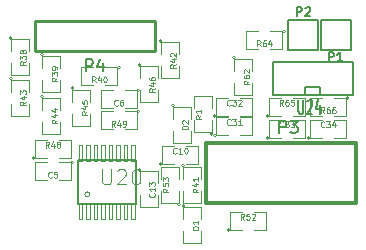
<source format=gto>
G04 (created by PCBNEW (2013-07-07 BZR 4022)-stable) date 03/12/2013 12:33:29*
%MOIN*%
G04 Gerber Fmt 3.4, Leading zero omitted, Abs format*
%FSLAX34Y34*%
G01*
G70*
G90*
G04 APERTURE LIST*
%ADD10C,0.00590551*%
%ADD11C,0.0039*%
%ADD12C,0.012*%
%ADD13C,0.0026*%
%ADD14C,0.008*%
%ADD15C,0.0001*%
%ADD16C,0.005*%
%ADD17C,0.01*%
%ADD18C,0.006*%
%ADD19C,0.0043*%
%ADD20C,0.0035*%
G04 APERTURE END LIST*
G54D10*
G54D11*
X85550Y-25450D02*
G75*
G03X85550Y-25450I-50J0D01*
G74*
G01*
X85050Y-25450D02*
X85450Y-25450D01*
X85450Y-25450D02*
X85450Y-26050D01*
X85450Y-26050D02*
X85050Y-26050D01*
X84650Y-26050D02*
X84250Y-26050D01*
X84250Y-26050D02*
X84250Y-25450D01*
X84250Y-25450D02*
X84650Y-25450D01*
X87750Y-23050D02*
G75*
G03X87750Y-23050I-50J0D01*
G74*
G01*
X87250Y-23050D02*
X87650Y-23050D01*
X87650Y-23050D02*
X87650Y-23650D01*
X87650Y-23650D02*
X87250Y-23650D01*
X86850Y-23650D02*
X86450Y-23650D01*
X86450Y-23650D02*
X86450Y-23050D01*
X86450Y-23050D02*
X86850Y-23050D01*
X87800Y-25700D02*
G75*
G03X87800Y-25700I-50J0D01*
G74*
G01*
X87750Y-26150D02*
X87750Y-25750D01*
X87750Y-25750D02*
X88350Y-25750D01*
X88350Y-25750D02*
X88350Y-26150D01*
X88350Y-26550D02*
X88350Y-26950D01*
X88350Y-26950D02*
X87750Y-26950D01*
X87750Y-26950D02*
X87750Y-26550D01*
X90300Y-24550D02*
G75*
G03X90300Y-24550I-50J0D01*
G74*
G01*
X90700Y-24550D02*
X90300Y-24550D01*
X90300Y-24550D02*
X90300Y-23950D01*
X90300Y-23950D02*
X90700Y-23950D01*
X91100Y-23950D02*
X91500Y-23950D01*
X91500Y-23950D02*
X91500Y-24550D01*
X91500Y-24550D02*
X91100Y-24550D01*
X90300Y-23900D02*
G75*
G03X90300Y-23900I-50J0D01*
G74*
G01*
X90700Y-23900D02*
X90300Y-23900D01*
X90300Y-23900D02*
X90300Y-23300D01*
X90300Y-23300D02*
X90700Y-23300D01*
X91100Y-23300D02*
X91500Y-23300D01*
X91500Y-23300D02*
X91500Y-23900D01*
X91500Y-23900D02*
X91100Y-23900D01*
X92050Y-24625D02*
G75*
G03X92050Y-24625I-50J0D01*
G74*
G01*
X92450Y-24625D02*
X92050Y-24625D01*
X92050Y-24625D02*
X92050Y-24025D01*
X92050Y-24025D02*
X92450Y-24025D01*
X92850Y-24025D02*
X93250Y-24025D01*
X93250Y-24025D02*
X93250Y-24625D01*
X93250Y-24625D02*
X92850Y-24625D01*
X93425Y-24625D02*
G75*
G03X93425Y-24625I-50J0D01*
G74*
G01*
X93825Y-24625D02*
X93425Y-24625D01*
X93425Y-24625D02*
X93425Y-24025D01*
X93425Y-24025D02*
X93825Y-24025D01*
X94225Y-24025D02*
X94625Y-24025D01*
X94625Y-24025D02*
X94625Y-24625D01*
X94625Y-24625D02*
X94225Y-24625D01*
G54D12*
X89950Y-24800D02*
X94950Y-24800D01*
X94950Y-24800D02*
X94950Y-26800D01*
X94950Y-26800D02*
X89950Y-26800D01*
X89950Y-26800D02*
X89950Y-24800D01*
G54D11*
X83500Y-21300D02*
G75*
G03X83500Y-21300I-50J0D01*
G74*
G01*
X83450Y-21750D02*
X83450Y-21350D01*
X83450Y-21350D02*
X84050Y-21350D01*
X84050Y-21350D02*
X84050Y-21750D01*
X84050Y-22150D02*
X84050Y-22550D01*
X84050Y-22550D02*
X83450Y-22550D01*
X83450Y-22550D02*
X83450Y-22150D01*
X84550Y-21850D02*
G75*
G03X84550Y-21850I-50J0D01*
G74*
G01*
X84500Y-22300D02*
X84500Y-21900D01*
X84500Y-21900D02*
X85100Y-21900D01*
X85100Y-21900D02*
X85100Y-22300D01*
X85100Y-22700D02*
X85100Y-23100D01*
X85100Y-23100D02*
X84500Y-23100D01*
X84500Y-23100D02*
X84500Y-22700D01*
X87100Y-22275D02*
G75*
G03X87100Y-22275I-50J0D01*
G74*
G01*
X86600Y-22275D02*
X87000Y-22275D01*
X87000Y-22275D02*
X87000Y-22875D01*
X87000Y-22875D02*
X86600Y-22875D01*
X86200Y-22875D02*
X85800Y-22875D01*
X85800Y-22875D02*
X85800Y-22275D01*
X85800Y-22275D02*
X86200Y-22275D01*
X89250Y-25550D02*
G75*
G03X89250Y-25550I-50J0D01*
G74*
G01*
X89200Y-26000D02*
X89200Y-25600D01*
X89200Y-25600D02*
X89800Y-25600D01*
X89800Y-25600D02*
X89800Y-26000D01*
X89800Y-26400D02*
X89800Y-26800D01*
X89800Y-26800D02*
X89200Y-26800D01*
X89200Y-26800D02*
X89200Y-26400D01*
X88500Y-21400D02*
G75*
G03X88500Y-21400I-50J0D01*
G74*
G01*
X88450Y-21850D02*
X88450Y-21450D01*
X88450Y-21450D02*
X89050Y-21450D01*
X89050Y-21450D02*
X89050Y-21850D01*
X89050Y-22250D02*
X89050Y-22650D01*
X89050Y-22650D02*
X88450Y-22650D01*
X88450Y-22650D02*
X88450Y-22250D01*
X83500Y-22650D02*
G75*
G03X83500Y-22650I-50J0D01*
G74*
G01*
X83450Y-23100D02*
X83450Y-22700D01*
X83450Y-22700D02*
X84050Y-22700D01*
X84050Y-22700D02*
X84050Y-23100D01*
X84050Y-23500D02*
X84050Y-23900D01*
X84050Y-23900D02*
X83450Y-23900D01*
X83450Y-23900D02*
X83450Y-23500D01*
X84550Y-23250D02*
G75*
G03X84550Y-23250I-50J0D01*
G74*
G01*
X84500Y-23700D02*
X84500Y-23300D01*
X84500Y-23300D02*
X85100Y-23300D01*
X85100Y-23300D02*
X85100Y-23700D01*
X85100Y-24100D02*
X85100Y-24500D01*
X85100Y-24500D02*
X84500Y-24500D01*
X84500Y-24500D02*
X84500Y-24100D01*
X85550Y-22975D02*
G75*
G03X85550Y-22975I-50J0D01*
G74*
G01*
X85500Y-23425D02*
X85500Y-23025D01*
X85500Y-23025D02*
X86100Y-23025D01*
X86100Y-23025D02*
X86100Y-23425D01*
X86100Y-23825D02*
X86100Y-24225D01*
X86100Y-24225D02*
X85500Y-24225D01*
X85500Y-24225D02*
X85500Y-23825D01*
X87800Y-22200D02*
G75*
G03X87800Y-22200I-50J0D01*
G74*
G01*
X87750Y-22650D02*
X87750Y-22250D01*
X87750Y-22250D02*
X88350Y-22250D01*
X88350Y-22250D02*
X88350Y-22650D01*
X88350Y-23050D02*
X88350Y-23450D01*
X88350Y-23450D02*
X87750Y-23450D01*
X87750Y-23450D02*
X87750Y-23050D01*
X84250Y-25300D02*
G75*
G03X84250Y-25300I-50J0D01*
G74*
G01*
X84650Y-25300D02*
X84250Y-25300D01*
X84250Y-25300D02*
X84250Y-24700D01*
X84250Y-24700D02*
X84650Y-24700D01*
X85050Y-24700D02*
X85450Y-24700D01*
X85450Y-24700D02*
X85450Y-25300D01*
X85450Y-25300D02*
X85050Y-25300D01*
X87750Y-23750D02*
G75*
G03X87750Y-23750I-50J0D01*
G74*
G01*
X87250Y-23750D02*
X87650Y-23750D01*
X87650Y-23750D02*
X87650Y-24350D01*
X87650Y-24350D02*
X87250Y-24350D01*
X86850Y-24350D02*
X86450Y-24350D01*
X86450Y-24350D02*
X86450Y-23750D01*
X86450Y-23750D02*
X86850Y-23750D01*
X90750Y-27700D02*
G75*
G03X90750Y-27700I-50J0D01*
G74*
G01*
X91150Y-27700D02*
X90750Y-27700D01*
X90750Y-27700D02*
X90750Y-27100D01*
X90750Y-27100D02*
X91150Y-27100D01*
X91550Y-27100D02*
X91950Y-27100D01*
X91950Y-27100D02*
X91950Y-27700D01*
X91950Y-27700D02*
X91550Y-27700D01*
X89100Y-26850D02*
G75*
G03X89100Y-26850I-50J0D01*
G74*
G01*
X89050Y-26400D02*
X89050Y-26800D01*
X89050Y-26800D02*
X88450Y-26800D01*
X88450Y-26800D02*
X88450Y-26400D01*
X88450Y-26000D02*
X88450Y-25600D01*
X88450Y-25600D02*
X89050Y-25600D01*
X89050Y-25600D02*
X89050Y-26000D01*
X90950Y-21950D02*
G75*
G03X90950Y-21950I-50J0D01*
G74*
G01*
X90900Y-22400D02*
X90900Y-22000D01*
X90900Y-22000D02*
X91500Y-22000D01*
X91500Y-22000D02*
X91500Y-22400D01*
X91500Y-22800D02*
X91500Y-23200D01*
X91500Y-23200D02*
X90900Y-23200D01*
X90900Y-23200D02*
X90900Y-22800D01*
X92600Y-21075D02*
G75*
G03X92600Y-21075I-50J0D01*
G74*
G01*
X92100Y-21075D02*
X92500Y-21075D01*
X92500Y-21075D02*
X92500Y-21675D01*
X92500Y-21675D02*
X92100Y-21675D01*
X91700Y-21675D02*
X91300Y-21675D01*
X91300Y-21675D02*
X91300Y-21075D01*
X91300Y-21075D02*
X91700Y-21075D01*
X92050Y-23900D02*
G75*
G03X92050Y-23900I-50J0D01*
G74*
G01*
X92450Y-23900D02*
X92050Y-23900D01*
X92050Y-23900D02*
X92050Y-23300D01*
X92050Y-23300D02*
X92450Y-23300D01*
X92850Y-23300D02*
X93250Y-23300D01*
X93250Y-23300D02*
X93250Y-23900D01*
X93250Y-23900D02*
X92850Y-23900D01*
X94725Y-23300D02*
G75*
G03X94725Y-23300I-50J0D01*
G74*
G01*
X94225Y-23300D02*
X94625Y-23300D01*
X94625Y-23300D02*
X94625Y-23900D01*
X94625Y-23900D02*
X94225Y-23900D01*
X93825Y-23900D02*
X93425Y-23900D01*
X93425Y-23900D02*
X93425Y-23300D01*
X93425Y-23300D02*
X93825Y-23300D01*
G54D13*
X85716Y-27320D02*
X85835Y-27320D01*
X85835Y-27320D02*
X85835Y-26808D01*
X85716Y-26808D02*
X85835Y-26808D01*
X85716Y-27320D02*
X85716Y-26808D01*
X85966Y-27320D02*
X86085Y-27320D01*
X86085Y-27320D02*
X86085Y-26808D01*
X85966Y-26808D02*
X86085Y-26808D01*
X85966Y-27320D02*
X85966Y-26808D01*
X86216Y-27320D02*
X86335Y-27320D01*
X86335Y-27320D02*
X86335Y-26808D01*
X86216Y-26808D02*
X86335Y-26808D01*
X86216Y-27320D02*
X86216Y-26808D01*
X86466Y-27320D02*
X86585Y-27320D01*
X86585Y-27320D02*
X86585Y-26808D01*
X86466Y-26808D02*
X86585Y-26808D01*
X86466Y-27320D02*
X86466Y-26808D01*
X86715Y-27320D02*
X86834Y-27320D01*
X86834Y-27320D02*
X86834Y-26808D01*
X86715Y-26808D02*
X86834Y-26808D01*
X86715Y-27320D02*
X86715Y-26808D01*
X86965Y-27320D02*
X87084Y-27320D01*
X87084Y-27320D02*
X87084Y-26808D01*
X86965Y-26808D02*
X87084Y-26808D01*
X86965Y-27320D02*
X86965Y-26808D01*
X87215Y-27320D02*
X87334Y-27320D01*
X87334Y-27320D02*
X87334Y-26808D01*
X87215Y-26808D02*
X87334Y-26808D01*
X87215Y-27320D02*
X87215Y-26808D01*
X87465Y-27320D02*
X87584Y-27320D01*
X87584Y-27320D02*
X87584Y-26808D01*
X87465Y-26808D02*
X87584Y-26808D01*
X87465Y-27320D02*
X87465Y-26808D01*
X87465Y-25392D02*
X87584Y-25392D01*
X87584Y-25392D02*
X87584Y-24880D01*
X87465Y-24880D02*
X87584Y-24880D01*
X87465Y-25392D02*
X87465Y-24880D01*
X87215Y-25392D02*
X87334Y-25392D01*
X87334Y-25392D02*
X87334Y-24880D01*
X87215Y-24880D02*
X87334Y-24880D01*
X87215Y-25392D02*
X87215Y-24880D01*
X86965Y-25392D02*
X87084Y-25392D01*
X87084Y-25392D02*
X87084Y-24880D01*
X86965Y-24880D02*
X87084Y-24880D01*
X86965Y-25392D02*
X86965Y-24880D01*
X86715Y-25392D02*
X86834Y-25392D01*
X86834Y-25392D02*
X86834Y-24880D01*
X86715Y-24880D02*
X86834Y-24880D01*
X86715Y-25392D02*
X86715Y-24880D01*
X86466Y-25392D02*
X86585Y-25392D01*
X86585Y-25392D02*
X86585Y-24880D01*
X86466Y-24880D02*
X86585Y-24880D01*
X86466Y-25392D02*
X86466Y-24880D01*
X86216Y-25392D02*
X86335Y-25392D01*
X86335Y-25392D02*
X86335Y-24880D01*
X86216Y-24880D02*
X86335Y-24880D01*
X86216Y-25392D02*
X86216Y-24880D01*
X85966Y-25392D02*
X86085Y-25392D01*
X86085Y-25392D02*
X86085Y-24880D01*
X85966Y-24880D02*
X86085Y-24880D01*
X85966Y-25392D02*
X85966Y-24880D01*
X85716Y-25392D02*
X85835Y-25392D01*
X85835Y-25392D02*
X85835Y-24880D01*
X85716Y-24880D02*
X85835Y-24880D01*
X85716Y-25392D02*
X85716Y-24880D01*
G54D14*
X85678Y-26828D02*
X85678Y-25372D01*
X87622Y-25372D02*
X87622Y-26828D01*
X85678Y-26828D02*
X87622Y-26828D01*
X87622Y-25372D02*
X85678Y-25372D01*
G54D15*
X86084Y-26513D02*
G75*
G03X86084Y-26513I-83J0D01*
G74*
G01*
G54D16*
X93253Y-23187D02*
X93253Y-22937D01*
X93253Y-22937D02*
X93753Y-22937D01*
X93753Y-22937D02*
X93753Y-23187D01*
X92203Y-23187D02*
X92203Y-22087D01*
X92203Y-22087D02*
X94853Y-22087D01*
X94853Y-22087D02*
X94853Y-23187D01*
X94853Y-23187D02*
X92203Y-23187D01*
G54D11*
X89250Y-26900D02*
G75*
G03X89250Y-26900I-50J0D01*
G74*
G01*
X89200Y-27350D02*
X89200Y-26950D01*
X89200Y-26950D02*
X89800Y-26950D01*
X89800Y-26950D02*
X89800Y-27350D01*
X89800Y-27750D02*
X89800Y-28150D01*
X89800Y-28150D02*
X89200Y-28150D01*
X89200Y-28150D02*
X89200Y-27750D01*
G54D17*
X84250Y-20750D02*
X88250Y-20750D01*
X84250Y-21750D02*
X88250Y-21750D01*
X88250Y-21750D02*
X88250Y-20750D01*
X84250Y-20750D02*
X84250Y-21750D01*
G54D11*
X88900Y-23550D02*
G75*
G03X88900Y-23550I-50J0D01*
G74*
G01*
X88850Y-24000D02*
X88850Y-23600D01*
X88850Y-23600D02*
X89450Y-23600D01*
X89450Y-23600D02*
X89450Y-24000D01*
X89450Y-24400D02*
X89450Y-24800D01*
X89450Y-24800D02*
X88850Y-24800D01*
X88850Y-24800D02*
X88850Y-24400D01*
X90200Y-24500D02*
G75*
G03X90200Y-24500I-50J0D01*
G74*
G01*
X90150Y-24050D02*
X90150Y-24450D01*
X90150Y-24450D02*
X89550Y-24450D01*
X89550Y-24450D02*
X89550Y-24050D01*
X89550Y-23650D02*
X89550Y-23250D01*
X89550Y-23250D02*
X90150Y-23250D01*
X90150Y-23250D02*
X90150Y-23650D01*
G54D18*
X93775Y-20700D02*
X94775Y-20700D01*
X94775Y-21700D02*
X93775Y-21700D01*
X94775Y-20700D02*
X94775Y-21700D01*
X93775Y-21700D02*
X93775Y-20700D01*
X93700Y-21700D02*
X92700Y-21700D01*
X92700Y-20700D02*
X93700Y-20700D01*
X92700Y-21700D02*
X92700Y-20700D01*
X93700Y-20700D02*
X93700Y-21700D01*
G54D11*
X88500Y-25500D02*
G75*
G03X88500Y-25500I-50J0D01*
G74*
G01*
X88900Y-25500D02*
X88500Y-25500D01*
X88500Y-25500D02*
X88500Y-24900D01*
X88500Y-24900D02*
X88900Y-24900D01*
X89300Y-24900D02*
X89700Y-24900D01*
X89700Y-24900D02*
X89700Y-25500D01*
X89700Y-25500D02*
X89300Y-25500D01*
G54D19*
X84817Y-25935D02*
X84807Y-25945D01*
X84779Y-25954D01*
X84760Y-25954D01*
X84732Y-25945D01*
X84713Y-25926D01*
X84704Y-25907D01*
X84695Y-25870D01*
X84695Y-25842D01*
X84704Y-25804D01*
X84713Y-25785D01*
X84732Y-25767D01*
X84760Y-25757D01*
X84779Y-25757D01*
X84807Y-25767D01*
X84817Y-25776D01*
X84995Y-25757D02*
X84901Y-25757D01*
X84892Y-25851D01*
X84901Y-25842D01*
X84920Y-25832D01*
X84967Y-25832D01*
X84986Y-25842D01*
X84995Y-25851D01*
X85004Y-25870D01*
X85004Y-25917D01*
X84995Y-25935D01*
X84986Y-25945D01*
X84967Y-25954D01*
X84920Y-25954D01*
X84901Y-25945D01*
X84892Y-25935D01*
X87017Y-23535D02*
X87007Y-23545D01*
X86979Y-23554D01*
X86960Y-23554D01*
X86932Y-23545D01*
X86913Y-23526D01*
X86904Y-23507D01*
X86895Y-23470D01*
X86895Y-23442D01*
X86904Y-23404D01*
X86913Y-23385D01*
X86932Y-23367D01*
X86960Y-23357D01*
X86979Y-23357D01*
X87007Y-23367D01*
X87017Y-23376D01*
X87186Y-23357D02*
X87148Y-23357D01*
X87129Y-23367D01*
X87120Y-23376D01*
X87101Y-23404D01*
X87092Y-23442D01*
X87092Y-23517D01*
X87101Y-23535D01*
X87110Y-23545D01*
X87129Y-23554D01*
X87167Y-23554D01*
X87186Y-23545D01*
X87195Y-23535D01*
X87204Y-23517D01*
X87204Y-23470D01*
X87195Y-23451D01*
X87186Y-23442D01*
X87167Y-23432D01*
X87129Y-23432D01*
X87110Y-23442D01*
X87101Y-23451D01*
X87092Y-23470D01*
X88235Y-26476D02*
X88245Y-26486D01*
X88254Y-26514D01*
X88254Y-26532D01*
X88245Y-26561D01*
X88226Y-26579D01*
X88207Y-26589D01*
X88170Y-26598D01*
X88142Y-26598D01*
X88104Y-26589D01*
X88085Y-26579D01*
X88067Y-26561D01*
X88057Y-26532D01*
X88057Y-26514D01*
X88067Y-26486D01*
X88076Y-26476D01*
X88254Y-26289D02*
X88254Y-26401D01*
X88254Y-26345D02*
X88057Y-26345D01*
X88085Y-26364D01*
X88104Y-26382D01*
X88114Y-26401D01*
X88057Y-26223D02*
X88057Y-26101D01*
X88132Y-26167D01*
X88132Y-26138D01*
X88142Y-26120D01*
X88151Y-26110D01*
X88170Y-26101D01*
X88217Y-26101D01*
X88235Y-26110D01*
X88245Y-26120D01*
X88254Y-26138D01*
X88254Y-26195D01*
X88245Y-26213D01*
X88235Y-26223D01*
X90773Y-24185D02*
X90763Y-24195D01*
X90735Y-24204D01*
X90717Y-24204D01*
X90688Y-24195D01*
X90670Y-24176D01*
X90660Y-24157D01*
X90651Y-24120D01*
X90651Y-24092D01*
X90660Y-24054D01*
X90670Y-24035D01*
X90688Y-24017D01*
X90717Y-24007D01*
X90735Y-24007D01*
X90763Y-24017D01*
X90773Y-24026D01*
X90839Y-24007D02*
X90960Y-24007D01*
X90895Y-24082D01*
X90923Y-24082D01*
X90942Y-24092D01*
X90951Y-24101D01*
X90960Y-24120D01*
X90960Y-24167D01*
X90951Y-24185D01*
X90942Y-24195D01*
X90923Y-24204D01*
X90867Y-24204D01*
X90848Y-24195D01*
X90839Y-24185D01*
X91148Y-24204D02*
X91036Y-24204D01*
X91092Y-24204D02*
X91092Y-24007D01*
X91073Y-24035D01*
X91054Y-24054D01*
X91036Y-24064D01*
X90773Y-23535D02*
X90763Y-23545D01*
X90735Y-23554D01*
X90717Y-23554D01*
X90688Y-23545D01*
X90670Y-23526D01*
X90660Y-23507D01*
X90651Y-23470D01*
X90651Y-23442D01*
X90660Y-23404D01*
X90670Y-23385D01*
X90688Y-23367D01*
X90717Y-23357D01*
X90735Y-23357D01*
X90763Y-23367D01*
X90773Y-23376D01*
X90839Y-23357D02*
X90960Y-23357D01*
X90895Y-23432D01*
X90923Y-23432D01*
X90942Y-23442D01*
X90951Y-23451D01*
X90960Y-23470D01*
X90960Y-23517D01*
X90951Y-23535D01*
X90942Y-23545D01*
X90923Y-23554D01*
X90867Y-23554D01*
X90848Y-23545D01*
X90839Y-23535D01*
X91036Y-23376D02*
X91045Y-23367D01*
X91064Y-23357D01*
X91111Y-23357D01*
X91129Y-23367D01*
X91139Y-23376D01*
X91148Y-23395D01*
X91148Y-23414D01*
X91139Y-23442D01*
X91026Y-23554D01*
X91148Y-23554D01*
X92523Y-24260D02*
X92513Y-24270D01*
X92485Y-24279D01*
X92467Y-24279D01*
X92438Y-24270D01*
X92420Y-24251D01*
X92410Y-24232D01*
X92401Y-24195D01*
X92401Y-24167D01*
X92410Y-24129D01*
X92420Y-24110D01*
X92438Y-24092D01*
X92467Y-24082D01*
X92485Y-24082D01*
X92513Y-24092D01*
X92523Y-24101D01*
X92589Y-24082D02*
X92710Y-24082D01*
X92645Y-24157D01*
X92673Y-24157D01*
X92692Y-24167D01*
X92701Y-24176D01*
X92710Y-24195D01*
X92710Y-24242D01*
X92701Y-24260D01*
X92692Y-24270D01*
X92673Y-24279D01*
X92617Y-24279D01*
X92598Y-24270D01*
X92589Y-24260D01*
X92776Y-24082D02*
X92898Y-24082D01*
X92832Y-24157D01*
X92861Y-24157D01*
X92879Y-24167D01*
X92889Y-24176D01*
X92898Y-24195D01*
X92898Y-24242D01*
X92889Y-24260D01*
X92879Y-24270D01*
X92861Y-24279D01*
X92804Y-24279D01*
X92786Y-24270D01*
X92776Y-24260D01*
X93898Y-24260D02*
X93888Y-24270D01*
X93860Y-24279D01*
X93842Y-24279D01*
X93813Y-24270D01*
X93795Y-24251D01*
X93785Y-24232D01*
X93776Y-24195D01*
X93776Y-24167D01*
X93785Y-24129D01*
X93795Y-24110D01*
X93813Y-24092D01*
X93842Y-24082D01*
X93860Y-24082D01*
X93888Y-24092D01*
X93898Y-24101D01*
X93964Y-24082D02*
X94085Y-24082D01*
X94020Y-24157D01*
X94048Y-24157D01*
X94067Y-24167D01*
X94076Y-24176D01*
X94085Y-24195D01*
X94085Y-24242D01*
X94076Y-24260D01*
X94067Y-24270D01*
X94048Y-24279D01*
X93992Y-24279D01*
X93973Y-24270D01*
X93964Y-24260D01*
X94254Y-24148D02*
X94254Y-24279D01*
X94207Y-24073D02*
X94161Y-24214D01*
X94282Y-24214D01*
G54D14*
X92404Y-24461D02*
X92404Y-24061D01*
X92557Y-24061D01*
X92595Y-24080D01*
X92614Y-24100D01*
X92633Y-24138D01*
X92633Y-24195D01*
X92614Y-24233D01*
X92595Y-24252D01*
X92557Y-24271D01*
X92404Y-24271D01*
X92766Y-24061D02*
X93014Y-24061D01*
X92880Y-24214D01*
X92938Y-24214D01*
X92976Y-24233D01*
X92995Y-24252D01*
X93014Y-24290D01*
X93014Y-24385D01*
X92995Y-24423D01*
X92976Y-24442D01*
X92938Y-24461D01*
X92823Y-24461D01*
X92785Y-24442D01*
X92766Y-24423D01*
G54D19*
X83954Y-22076D02*
X83860Y-22142D01*
X83954Y-22189D02*
X83757Y-22189D01*
X83757Y-22114D01*
X83767Y-22095D01*
X83776Y-22086D01*
X83795Y-22076D01*
X83823Y-22076D01*
X83842Y-22086D01*
X83851Y-22095D01*
X83860Y-22114D01*
X83860Y-22189D01*
X83757Y-22010D02*
X83757Y-21889D01*
X83832Y-21954D01*
X83832Y-21926D01*
X83842Y-21907D01*
X83851Y-21898D01*
X83870Y-21889D01*
X83917Y-21889D01*
X83935Y-21898D01*
X83945Y-21907D01*
X83954Y-21926D01*
X83954Y-21982D01*
X83945Y-22001D01*
X83935Y-22010D01*
X83842Y-21776D02*
X83832Y-21795D01*
X83823Y-21804D01*
X83804Y-21813D01*
X83795Y-21813D01*
X83776Y-21804D01*
X83767Y-21795D01*
X83757Y-21776D01*
X83757Y-21738D01*
X83767Y-21720D01*
X83776Y-21710D01*
X83795Y-21701D01*
X83804Y-21701D01*
X83823Y-21710D01*
X83832Y-21720D01*
X83842Y-21738D01*
X83842Y-21776D01*
X83851Y-21795D01*
X83860Y-21804D01*
X83879Y-21813D01*
X83917Y-21813D01*
X83935Y-21804D01*
X83945Y-21795D01*
X83954Y-21776D01*
X83954Y-21738D01*
X83945Y-21720D01*
X83935Y-21710D01*
X83917Y-21701D01*
X83879Y-21701D01*
X83860Y-21710D01*
X83851Y-21720D01*
X83842Y-21738D01*
X85004Y-22626D02*
X84910Y-22692D01*
X85004Y-22739D02*
X84807Y-22739D01*
X84807Y-22664D01*
X84817Y-22645D01*
X84826Y-22636D01*
X84845Y-22626D01*
X84873Y-22626D01*
X84892Y-22636D01*
X84901Y-22645D01*
X84910Y-22664D01*
X84910Y-22739D01*
X84807Y-22560D02*
X84807Y-22439D01*
X84882Y-22504D01*
X84882Y-22476D01*
X84892Y-22457D01*
X84901Y-22448D01*
X84920Y-22439D01*
X84967Y-22439D01*
X84985Y-22448D01*
X84995Y-22457D01*
X85004Y-22476D01*
X85004Y-22532D01*
X84995Y-22551D01*
X84985Y-22560D01*
X85004Y-22345D02*
X85004Y-22307D01*
X84995Y-22288D01*
X84985Y-22279D01*
X84957Y-22260D01*
X84920Y-22251D01*
X84845Y-22251D01*
X84826Y-22260D01*
X84817Y-22270D01*
X84807Y-22288D01*
X84807Y-22326D01*
X84817Y-22345D01*
X84826Y-22354D01*
X84845Y-22363D01*
X84892Y-22363D01*
X84910Y-22354D01*
X84920Y-22345D01*
X84929Y-22326D01*
X84929Y-22288D01*
X84920Y-22270D01*
X84910Y-22260D01*
X84892Y-22251D01*
X86273Y-22779D02*
X86207Y-22685D01*
X86160Y-22779D02*
X86160Y-22582D01*
X86235Y-22582D01*
X86254Y-22592D01*
X86263Y-22601D01*
X86273Y-22620D01*
X86273Y-22648D01*
X86263Y-22667D01*
X86254Y-22676D01*
X86235Y-22685D01*
X86160Y-22685D01*
X86442Y-22648D02*
X86442Y-22779D01*
X86395Y-22573D02*
X86348Y-22714D01*
X86470Y-22714D01*
X86582Y-22582D02*
X86601Y-22582D01*
X86620Y-22592D01*
X86629Y-22601D01*
X86639Y-22620D01*
X86648Y-22657D01*
X86648Y-22704D01*
X86639Y-22742D01*
X86629Y-22760D01*
X86620Y-22770D01*
X86601Y-22779D01*
X86582Y-22779D01*
X86564Y-22770D01*
X86554Y-22760D01*
X86545Y-22742D01*
X86536Y-22704D01*
X86536Y-22657D01*
X86545Y-22620D01*
X86554Y-22601D01*
X86564Y-22592D01*
X86582Y-22582D01*
X89704Y-26326D02*
X89610Y-26392D01*
X89704Y-26439D02*
X89507Y-26439D01*
X89507Y-26364D01*
X89517Y-26345D01*
X89526Y-26336D01*
X89545Y-26326D01*
X89573Y-26326D01*
X89592Y-26336D01*
X89601Y-26345D01*
X89610Y-26364D01*
X89610Y-26439D01*
X89573Y-26157D02*
X89704Y-26157D01*
X89498Y-26204D02*
X89639Y-26251D01*
X89639Y-26129D01*
X89704Y-25951D02*
X89704Y-26063D01*
X89704Y-26007D02*
X89507Y-26007D01*
X89535Y-26026D01*
X89554Y-26045D01*
X89564Y-26063D01*
X88954Y-22176D02*
X88860Y-22242D01*
X88954Y-22289D02*
X88757Y-22289D01*
X88757Y-22214D01*
X88767Y-22195D01*
X88776Y-22186D01*
X88795Y-22176D01*
X88823Y-22176D01*
X88842Y-22186D01*
X88851Y-22195D01*
X88860Y-22214D01*
X88860Y-22289D01*
X88823Y-22007D02*
X88954Y-22007D01*
X88748Y-22054D02*
X88889Y-22101D01*
X88889Y-21979D01*
X88776Y-21913D02*
X88767Y-21904D01*
X88757Y-21885D01*
X88757Y-21838D01*
X88767Y-21820D01*
X88776Y-21810D01*
X88795Y-21801D01*
X88814Y-21801D01*
X88842Y-21810D01*
X88954Y-21923D01*
X88954Y-21801D01*
X83954Y-23426D02*
X83860Y-23492D01*
X83954Y-23539D02*
X83757Y-23539D01*
X83757Y-23464D01*
X83767Y-23445D01*
X83776Y-23436D01*
X83795Y-23426D01*
X83823Y-23426D01*
X83842Y-23436D01*
X83851Y-23445D01*
X83860Y-23464D01*
X83860Y-23539D01*
X83823Y-23257D02*
X83954Y-23257D01*
X83748Y-23304D02*
X83889Y-23351D01*
X83889Y-23229D01*
X83757Y-23173D02*
X83757Y-23051D01*
X83832Y-23117D01*
X83832Y-23088D01*
X83842Y-23070D01*
X83851Y-23060D01*
X83870Y-23051D01*
X83917Y-23051D01*
X83935Y-23060D01*
X83945Y-23070D01*
X83954Y-23088D01*
X83954Y-23145D01*
X83945Y-23163D01*
X83935Y-23173D01*
X85004Y-24026D02*
X84910Y-24092D01*
X85004Y-24139D02*
X84807Y-24139D01*
X84807Y-24064D01*
X84817Y-24045D01*
X84826Y-24036D01*
X84845Y-24026D01*
X84873Y-24026D01*
X84892Y-24036D01*
X84901Y-24045D01*
X84910Y-24064D01*
X84910Y-24139D01*
X84873Y-23857D02*
X85004Y-23857D01*
X84798Y-23904D02*
X84939Y-23951D01*
X84939Y-23829D01*
X84873Y-23670D02*
X85004Y-23670D01*
X84798Y-23717D02*
X84939Y-23763D01*
X84939Y-23642D01*
X86004Y-23751D02*
X85910Y-23817D01*
X86004Y-23864D02*
X85807Y-23864D01*
X85807Y-23789D01*
X85817Y-23770D01*
X85826Y-23761D01*
X85845Y-23751D01*
X85873Y-23751D01*
X85892Y-23761D01*
X85901Y-23770D01*
X85910Y-23789D01*
X85910Y-23864D01*
X85873Y-23582D02*
X86004Y-23582D01*
X85798Y-23629D02*
X85939Y-23676D01*
X85939Y-23554D01*
X85807Y-23385D02*
X85807Y-23479D01*
X85901Y-23488D01*
X85892Y-23479D01*
X85882Y-23460D01*
X85882Y-23413D01*
X85892Y-23395D01*
X85901Y-23385D01*
X85920Y-23376D01*
X85967Y-23376D01*
X85985Y-23385D01*
X85995Y-23395D01*
X86004Y-23413D01*
X86004Y-23460D01*
X85995Y-23479D01*
X85985Y-23488D01*
X88254Y-22976D02*
X88160Y-23042D01*
X88254Y-23089D02*
X88057Y-23089D01*
X88057Y-23014D01*
X88067Y-22995D01*
X88076Y-22986D01*
X88095Y-22976D01*
X88123Y-22976D01*
X88142Y-22986D01*
X88151Y-22995D01*
X88160Y-23014D01*
X88160Y-23089D01*
X88123Y-22807D02*
X88254Y-22807D01*
X88048Y-22854D02*
X88189Y-22901D01*
X88189Y-22779D01*
X88057Y-22620D02*
X88057Y-22657D01*
X88067Y-22676D01*
X88076Y-22685D01*
X88104Y-22704D01*
X88142Y-22713D01*
X88217Y-22713D01*
X88235Y-22704D01*
X88245Y-22695D01*
X88254Y-22676D01*
X88254Y-22638D01*
X88245Y-22620D01*
X88235Y-22610D01*
X88217Y-22601D01*
X88170Y-22601D01*
X88151Y-22610D01*
X88142Y-22620D01*
X88132Y-22638D01*
X88132Y-22676D01*
X88142Y-22695D01*
X88151Y-22704D01*
X88170Y-22713D01*
X84723Y-24954D02*
X84657Y-24860D01*
X84610Y-24954D02*
X84610Y-24757D01*
X84685Y-24757D01*
X84704Y-24767D01*
X84713Y-24776D01*
X84723Y-24795D01*
X84723Y-24823D01*
X84713Y-24842D01*
X84704Y-24851D01*
X84685Y-24860D01*
X84610Y-24860D01*
X84892Y-24823D02*
X84892Y-24954D01*
X84845Y-24748D02*
X84798Y-24889D01*
X84920Y-24889D01*
X85023Y-24842D02*
X85004Y-24832D01*
X84995Y-24823D01*
X84986Y-24804D01*
X84986Y-24795D01*
X84995Y-24776D01*
X85004Y-24767D01*
X85023Y-24757D01*
X85061Y-24757D01*
X85079Y-24767D01*
X85089Y-24776D01*
X85098Y-24795D01*
X85098Y-24804D01*
X85089Y-24823D01*
X85079Y-24832D01*
X85061Y-24842D01*
X85023Y-24842D01*
X85004Y-24851D01*
X84995Y-24860D01*
X84986Y-24879D01*
X84986Y-24917D01*
X84995Y-24935D01*
X85004Y-24945D01*
X85023Y-24954D01*
X85061Y-24954D01*
X85079Y-24945D01*
X85089Y-24935D01*
X85098Y-24917D01*
X85098Y-24879D01*
X85089Y-24860D01*
X85079Y-24851D01*
X85061Y-24842D01*
X86923Y-24254D02*
X86857Y-24160D01*
X86810Y-24254D02*
X86810Y-24057D01*
X86885Y-24057D01*
X86904Y-24067D01*
X86913Y-24076D01*
X86923Y-24095D01*
X86923Y-24123D01*
X86913Y-24142D01*
X86904Y-24151D01*
X86885Y-24160D01*
X86810Y-24160D01*
X87092Y-24123D02*
X87092Y-24254D01*
X87045Y-24048D02*
X86998Y-24189D01*
X87120Y-24189D01*
X87204Y-24254D02*
X87242Y-24254D01*
X87261Y-24245D01*
X87270Y-24235D01*
X87289Y-24207D01*
X87298Y-24170D01*
X87298Y-24095D01*
X87289Y-24076D01*
X87279Y-24067D01*
X87261Y-24057D01*
X87223Y-24057D01*
X87204Y-24067D01*
X87195Y-24076D01*
X87186Y-24095D01*
X87186Y-24142D01*
X87195Y-24160D01*
X87204Y-24170D01*
X87223Y-24179D01*
X87261Y-24179D01*
X87279Y-24170D01*
X87289Y-24160D01*
X87298Y-24142D01*
X91223Y-27354D02*
X91157Y-27260D01*
X91110Y-27354D02*
X91110Y-27157D01*
X91185Y-27157D01*
X91204Y-27167D01*
X91213Y-27176D01*
X91223Y-27195D01*
X91223Y-27223D01*
X91213Y-27242D01*
X91204Y-27251D01*
X91185Y-27260D01*
X91110Y-27260D01*
X91401Y-27157D02*
X91307Y-27157D01*
X91298Y-27251D01*
X91307Y-27242D01*
X91326Y-27232D01*
X91373Y-27232D01*
X91392Y-27242D01*
X91401Y-27251D01*
X91410Y-27270D01*
X91410Y-27317D01*
X91401Y-27335D01*
X91392Y-27345D01*
X91373Y-27354D01*
X91326Y-27354D01*
X91307Y-27345D01*
X91298Y-27335D01*
X91486Y-27176D02*
X91495Y-27167D01*
X91514Y-27157D01*
X91561Y-27157D01*
X91579Y-27167D01*
X91589Y-27176D01*
X91598Y-27195D01*
X91598Y-27214D01*
X91589Y-27242D01*
X91476Y-27354D01*
X91598Y-27354D01*
X88704Y-26326D02*
X88610Y-26392D01*
X88704Y-26439D02*
X88507Y-26439D01*
X88507Y-26364D01*
X88517Y-26345D01*
X88526Y-26336D01*
X88545Y-26326D01*
X88573Y-26326D01*
X88592Y-26336D01*
X88601Y-26345D01*
X88610Y-26364D01*
X88610Y-26439D01*
X88507Y-26148D02*
X88507Y-26242D01*
X88601Y-26251D01*
X88592Y-26242D01*
X88582Y-26223D01*
X88582Y-26176D01*
X88592Y-26157D01*
X88601Y-26148D01*
X88620Y-26139D01*
X88667Y-26139D01*
X88685Y-26148D01*
X88695Y-26157D01*
X88704Y-26176D01*
X88704Y-26223D01*
X88695Y-26242D01*
X88685Y-26251D01*
X88507Y-26073D02*
X88507Y-25951D01*
X88582Y-26017D01*
X88582Y-25988D01*
X88592Y-25970D01*
X88601Y-25960D01*
X88620Y-25951D01*
X88667Y-25951D01*
X88685Y-25960D01*
X88695Y-25970D01*
X88704Y-25988D01*
X88704Y-26045D01*
X88695Y-26063D01*
X88685Y-26073D01*
X91404Y-22726D02*
X91310Y-22792D01*
X91404Y-22839D02*
X91207Y-22839D01*
X91207Y-22764D01*
X91217Y-22745D01*
X91226Y-22736D01*
X91245Y-22726D01*
X91273Y-22726D01*
X91292Y-22736D01*
X91301Y-22745D01*
X91310Y-22764D01*
X91310Y-22839D01*
X91207Y-22557D02*
X91207Y-22595D01*
X91217Y-22614D01*
X91226Y-22623D01*
X91254Y-22642D01*
X91292Y-22651D01*
X91367Y-22651D01*
X91385Y-22642D01*
X91395Y-22632D01*
X91404Y-22614D01*
X91404Y-22576D01*
X91395Y-22557D01*
X91385Y-22548D01*
X91367Y-22539D01*
X91320Y-22539D01*
X91301Y-22548D01*
X91292Y-22557D01*
X91282Y-22576D01*
X91282Y-22614D01*
X91292Y-22632D01*
X91301Y-22642D01*
X91320Y-22651D01*
X91226Y-22463D02*
X91217Y-22454D01*
X91207Y-22435D01*
X91207Y-22388D01*
X91217Y-22370D01*
X91226Y-22360D01*
X91245Y-22351D01*
X91264Y-22351D01*
X91292Y-22360D01*
X91404Y-22473D01*
X91404Y-22351D01*
X91773Y-21579D02*
X91707Y-21485D01*
X91660Y-21579D02*
X91660Y-21382D01*
X91735Y-21382D01*
X91754Y-21392D01*
X91763Y-21401D01*
X91773Y-21420D01*
X91773Y-21448D01*
X91763Y-21467D01*
X91754Y-21476D01*
X91735Y-21485D01*
X91660Y-21485D01*
X91942Y-21382D02*
X91904Y-21382D01*
X91885Y-21392D01*
X91876Y-21401D01*
X91857Y-21429D01*
X91848Y-21467D01*
X91848Y-21542D01*
X91857Y-21560D01*
X91867Y-21570D01*
X91885Y-21579D01*
X91923Y-21579D01*
X91942Y-21570D01*
X91951Y-21560D01*
X91960Y-21542D01*
X91960Y-21495D01*
X91951Y-21476D01*
X91942Y-21467D01*
X91923Y-21457D01*
X91885Y-21457D01*
X91867Y-21467D01*
X91857Y-21476D01*
X91848Y-21495D01*
X92129Y-21448D02*
X92129Y-21579D01*
X92082Y-21373D02*
X92036Y-21514D01*
X92157Y-21514D01*
X92523Y-23554D02*
X92457Y-23460D01*
X92410Y-23554D02*
X92410Y-23357D01*
X92485Y-23357D01*
X92504Y-23367D01*
X92513Y-23376D01*
X92523Y-23395D01*
X92523Y-23423D01*
X92513Y-23442D01*
X92504Y-23451D01*
X92485Y-23460D01*
X92410Y-23460D01*
X92692Y-23357D02*
X92654Y-23357D01*
X92635Y-23367D01*
X92626Y-23376D01*
X92607Y-23404D01*
X92598Y-23442D01*
X92598Y-23517D01*
X92607Y-23535D01*
X92617Y-23545D01*
X92635Y-23554D01*
X92673Y-23554D01*
X92692Y-23545D01*
X92701Y-23535D01*
X92710Y-23517D01*
X92710Y-23470D01*
X92701Y-23451D01*
X92692Y-23442D01*
X92673Y-23432D01*
X92635Y-23432D01*
X92617Y-23442D01*
X92607Y-23451D01*
X92598Y-23470D01*
X92889Y-23357D02*
X92795Y-23357D01*
X92786Y-23451D01*
X92795Y-23442D01*
X92814Y-23432D01*
X92861Y-23432D01*
X92879Y-23442D01*
X92889Y-23451D01*
X92898Y-23470D01*
X92898Y-23517D01*
X92889Y-23535D01*
X92879Y-23545D01*
X92861Y-23554D01*
X92814Y-23554D01*
X92795Y-23545D01*
X92786Y-23535D01*
X93898Y-23804D02*
X93832Y-23710D01*
X93785Y-23804D02*
X93785Y-23607D01*
X93860Y-23607D01*
X93879Y-23617D01*
X93888Y-23626D01*
X93898Y-23645D01*
X93898Y-23673D01*
X93888Y-23692D01*
X93879Y-23701D01*
X93860Y-23710D01*
X93785Y-23710D01*
X94067Y-23607D02*
X94029Y-23607D01*
X94010Y-23617D01*
X94001Y-23626D01*
X93982Y-23654D01*
X93973Y-23692D01*
X93973Y-23767D01*
X93982Y-23785D01*
X93992Y-23795D01*
X94010Y-23804D01*
X94048Y-23804D01*
X94067Y-23795D01*
X94076Y-23785D01*
X94085Y-23767D01*
X94085Y-23720D01*
X94076Y-23701D01*
X94067Y-23692D01*
X94048Y-23682D01*
X94010Y-23682D01*
X93992Y-23692D01*
X93982Y-23701D01*
X93973Y-23720D01*
X94254Y-23607D02*
X94217Y-23607D01*
X94198Y-23617D01*
X94189Y-23626D01*
X94170Y-23654D01*
X94161Y-23692D01*
X94161Y-23767D01*
X94170Y-23785D01*
X94179Y-23795D01*
X94198Y-23804D01*
X94236Y-23804D01*
X94254Y-23795D01*
X94264Y-23785D01*
X94273Y-23767D01*
X94273Y-23720D01*
X94264Y-23701D01*
X94254Y-23692D01*
X94236Y-23682D01*
X94198Y-23682D01*
X94179Y-23692D01*
X94170Y-23701D01*
X94161Y-23720D01*
G54D20*
X86505Y-25682D02*
X86505Y-26087D01*
X86529Y-26134D01*
X86553Y-26158D01*
X86601Y-26182D01*
X86696Y-26182D01*
X86744Y-26158D01*
X86767Y-26134D01*
X86791Y-26087D01*
X86791Y-25682D01*
X87005Y-25730D02*
X87029Y-25706D01*
X87077Y-25682D01*
X87196Y-25682D01*
X87244Y-25706D01*
X87267Y-25730D01*
X87291Y-25777D01*
X87291Y-25825D01*
X87267Y-25896D01*
X86982Y-26182D01*
X87291Y-26182D01*
X87601Y-25682D02*
X87648Y-25682D01*
X87696Y-25706D01*
X87720Y-25730D01*
X87744Y-25777D01*
X87767Y-25872D01*
X87767Y-25991D01*
X87744Y-26087D01*
X87720Y-26134D01*
X87696Y-26158D01*
X87648Y-26182D01*
X87601Y-26182D01*
X87553Y-26158D01*
X87529Y-26134D01*
X87505Y-26087D01*
X87482Y-25991D01*
X87482Y-25872D01*
X87505Y-25777D01*
X87529Y-25730D01*
X87553Y-25706D01*
X87601Y-25682D01*
G54D16*
X93032Y-23369D02*
X93032Y-23734D01*
X93046Y-23777D01*
X93061Y-23798D01*
X93089Y-23819D01*
X93146Y-23819D01*
X93175Y-23798D01*
X93189Y-23777D01*
X93203Y-23734D01*
X93203Y-23369D01*
X93332Y-23412D02*
X93346Y-23391D01*
X93375Y-23369D01*
X93446Y-23369D01*
X93475Y-23391D01*
X93489Y-23412D01*
X93503Y-23455D01*
X93503Y-23498D01*
X93489Y-23562D01*
X93318Y-23819D01*
X93503Y-23819D01*
X93761Y-23519D02*
X93761Y-23819D01*
X93689Y-23348D02*
X93618Y-23669D01*
X93803Y-23669D01*
G54D19*
X89704Y-27695D02*
X89507Y-27695D01*
X89507Y-27648D01*
X89517Y-27620D01*
X89535Y-27601D01*
X89554Y-27592D01*
X89592Y-27582D01*
X89620Y-27582D01*
X89657Y-27592D01*
X89676Y-27601D01*
X89695Y-27620D01*
X89704Y-27648D01*
X89704Y-27695D01*
X89704Y-27395D02*
X89704Y-27507D01*
X89704Y-27451D02*
X89507Y-27451D01*
X89535Y-27470D01*
X89554Y-27489D01*
X89564Y-27507D01*
G54D14*
X85954Y-22411D02*
X85954Y-22011D01*
X86107Y-22011D01*
X86145Y-22030D01*
X86164Y-22050D01*
X86183Y-22088D01*
X86183Y-22145D01*
X86164Y-22183D01*
X86145Y-22202D01*
X86107Y-22221D01*
X85954Y-22221D01*
X86526Y-22145D02*
X86526Y-22411D01*
X86430Y-21992D02*
X86335Y-22278D01*
X86583Y-22278D01*
G54D19*
X89354Y-24345D02*
X89157Y-24345D01*
X89157Y-24298D01*
X89167Y-24270D01*
X89185Y-24251D01*
X89204Y-24242D01*
X89242Y-24232D01*
X89270Y-24232D01*
X89307Y-24242D01*
X89326Y-24251D01*
X89345Y-24270D01*
X89354Y-24298D01*
X89354Y-24345D01*
X89176Y-24157D02*
X89167Y-24148D01*
X89157Y-24129D01*
X89157Y-24082D01*
X89167Y-24063D01*
X89176Y-24054D01*
X89195Y-24045D01*
X89214Y-24045D01*
X89242Y-24054D01*
X89354Y-24167D01*
X89354Y-24045D01*
X89804Y-23882D02*
X89710Y-23948D01*
X89804Y-23995D02*
X89607Y-23995D01*
X89607Y-23920D01*
X89617Y-23901D01*
X89626Y-23892D01*
X89645Y-23882D01*
X89673Y-23882D01*
X89692Y-23892D01*
X89701Y-23901D01*
X89710Y-23920D01*
X89710Y-23995D01*
X89804Y-23695D02*
X89804Y-23807D01*
X89804Y-23751D02*
X89607Y-23751D01*
X89635Y-23770D01*
X89654Y-23789D01*
X89664Y-23807D01*
G54D18*
X94053Y-22071D02*
X94053Y-21771D01*
X94167Y-21771D01*
X94196Y-21785D01*
X94210Y-21800D01*
X94225Y-21828D01*
X94225Y-21871D01*
X94210Y-21900D01*
X94196Y-21914D01*
X94167Y-21928D01*
X94053Y-21928D01*
X94510Y-22071D02*
X94339Y-22071D01*
X94425Y-22071D02*
X94425Y-21771D01*
X94396Y-21814D01*
X94367Y-21842D01*
X94339Y-21857D01*
X92978Y-20571D02*
X92978Y-20271D01*
X93092Y-20271D01*
X93121Y-20285D01*
X93135Y-20300D01*
X93150Y-20328D01*
X93150Y-20371D01*
X93135Y-20400D01*
X93121Y-20414D01*
X93092Y-20428D01*
X92978Y-20428D01*
X93264Y-20300D02*
X93278Y-20285D01*
X93307Y-20271D01*
X93378Y-20271D01*
X93407Y-20285D01*
X93421Y-20300D01*
X93435Y-20328D01*
X93435Y-20357D01*
X93421Y-20400D01*
X93250Y-20571D01*
X93435Y-20571D01*
G54D19*
X88973Y-25135D02*
X88963Y-25145D01*
X88935Y-25154D01*
X88917Y-25154D01*
X88888Y-25145D01*
X88870Y-25126D01*
X88860Y-25107D01*
X88851Y-25070D01*
X88851Y-25042D01*
X88860Y-25004D01*
X88870Y-24985D01*
X88888Y-24967D01*
X88917Y-24957D01*
X88935Y-24957D01*
X88963Y-24967D01*
X88973Y-24976D01*
X89160Y-25154D02*
X89048Y-25154D01*
X89104Y-25154D02*
X89104Y-24957D01*
X89085Y-24985D01*
X89067Y-25004D01*
X89048Y-25014D01*
X89282Y-24957D02*
X89301Y-24957D01*
X89320Y-24967D01*
X89329Y-24976D01*
X89339Y-24995D01*
X89348Y-25032D01*
X89348Y-25079D01*
X89339Y-25117D01*
X89329Y-25135D01*
X89320Y-25145D01*
X89301Y-25154D01*
X89282Y-25154D01*
X89264Y-25145D01*
X89254Y-25135D01*
X89245Y-25117D01*
X89236Y-25079D01*
X89236Y-25032D01*
X89245Y-24995D01*
X89254Y-24976D01*
X89264Y-24967D01*
X89282Y-24957D01*
M02*

</source>
